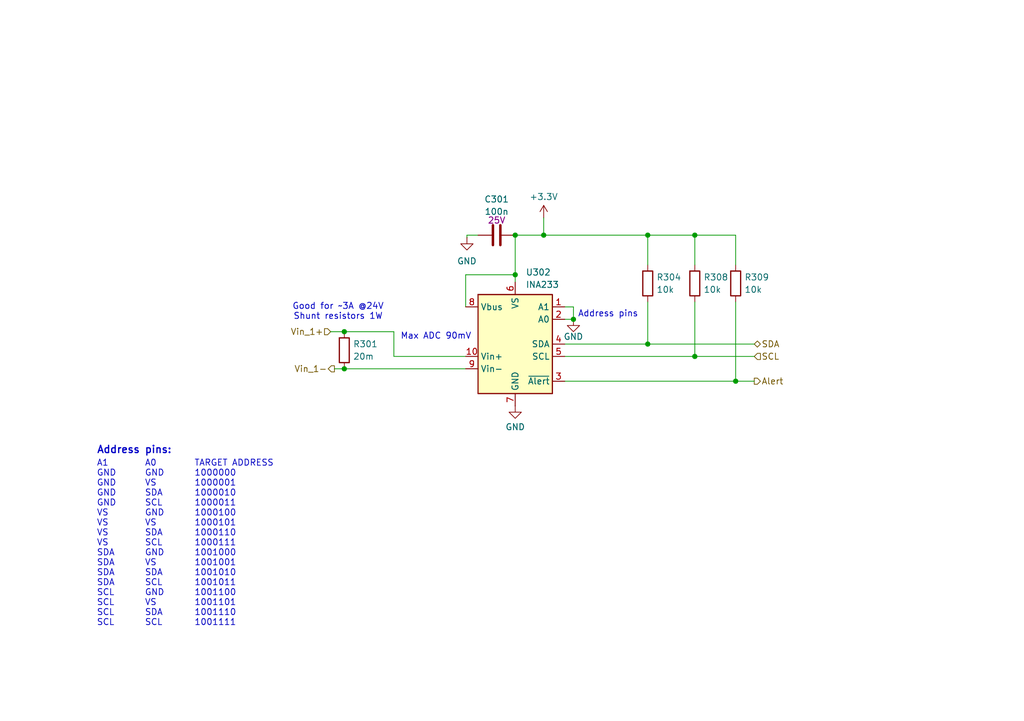
<source format=kicad_sch>
(kicad_sch (version 20250114) (generator "eeschema") (generator_version "9.0")
  (paper "A5")
  (lib_symbols
    (symbol "Device:C" (pin_numbers (hide yes)) (pin_names (offset 0.254))
      (property "Reference" "C" (at 0.635 2.54 0))
      (property "Value" "C" (at 0.635 -2.54 0))
      (symbol "C_0_1"
        (polyline (pts (xy -2.032 0.762) (xy 2.032 0.762)) (stroke (width 0.508)))
        (polyline (pts (xy -2.032 -0.762) (xy 2.032 -0.762)) (stroke (width 0.508)))
      )
      (symbol "C_1_1"
        (pin passive line (at 0 3.81 270) (length 2.794) (name "~") (number "1"))
        (pin passive line (at 0 -3.81 90) (length 2.794) (name "~") (number "2"))
      )
    )
    (symbol "Device:R" (pin_numbers (hide yes)) (pin_names (offset 0))
      (property "Reference" "R" (at 2.032 0 90))
      (property "Value" "R" (at 0 0 90))
      (symbol "R_0_1"
        (rectangle (start -1.016 -2.54) (end 1.016 2.54) (stroke (width 0.254)))
      )
      (symbol "R_1_1"
        (pin passive line (at 0 3.81 270) (length 1.27) (name "~") (number "1"))
        (pin passive line (at 0 -3.81 90) (length 1.27) (name "~") (number "2"))
      )
    )
    (symbol "Sensor_Energy:INA233"
      (property "Reference" "U" (at -6.35 11.43 0))
      (property "Value" "INA233" (at 3.81 11.43 0))
      (symbol "INA233_0_1"
        (rectangle (start 7.62 10.16) (end -7.62 -10.16) (stroke (width 0.254)) (fill (type background)))
      )
      (symbol "INA233_1_1"
        (pin input line (at -10.16 7.62 0) (length 2.54) (name "Vbus") (number "8"))
        (pin input line (at -10.16 -2.54 0) (length 2.54) (name "Vin+") (number "10"))
        (pin input line (at -10.16 -5.08 0) (length 2.54) (name "Vin-") (number "9"))
        (pin power_in line (at 0 12.7 270) (length 2.54) (name "VS") (number "6"))
        (pin power_in line (at 0 -12.7 90) (length 2.54) (name "GND") (number "7"))
        (pin input line (at 10.16 7.62 180) (length 2.54) (name "A1") (number "1"))
        (pin input line (at 10.16 5.08 180) (length 2.54) (name "A0") (number "2"))
        (pin bidirectional line (at 10.16 0 180) (length 2.54) (name "SDA") (number "4"))
        (pin input line (at 10.16 -2.54 180) (length 2.54) (name "SCL") (number "5"))
        (pin open_collector line (at 10.16 -7.62 180) (length 2.54) (name "~{Alert}") (number "3"))
      )
    )
    (symbol "power:+3.3V" (power) (pin_numbers (hide yes)) (pin_names (offset 0) (hide yes))
      (property "Value" "+3.3V" (at 0 3.556 0))
      (symbol "+3.3V_0_1"
        (polyline (pts (xy -0.762 1.27) (xy 0 2.54)))
        (polyline (pts (xy 0 2.54) (xy 0.762 1.27)))
        (polyline (pts (xy 0 0) (xy 0 2.54)))
      )
      (symbol "+3.3V_1_1"
        (pin power_in line (at 0 0 90) (length 0) (name "~") (number "1"))
      )
    )
    (symbol "power:GND" (power) (pin_numbers (hide yes)) (pin_names (offset 0) (hide yes))
      (property "Value" "GND" (at 0 -3.81 0))
      (symbol "GND_0_1"
        (polyline (pts (xy 0 0) (xy 0 -1.27) (xy 1.27 -1.27) (xy 0 -2.54) (xy -1.27 -1.27) (xy 0 -1.27)))
      )
      (symbol "GND_1_1"
        (pin power_in line (at 0 0 270) (length 0) (name "~") (number "1"))
      )
    )
  )
  (text "Address pins:" (at 19.812 92.456 0) (effects (font (size 1.5 1.5) (thickness 0.254) (bold yes)) (justify left)))
  (text "Max ADC 90mV" (at 89.408 69.088 0) (effects (font (size 1.27 1.27) (thickness 0.1588))))
  (text "A1 	 	A0 		TARGET ADDRESS\nGND 	GND 	1000000\nGND 	VS 		1000001\nGND 	SDA 	1000010\nGND 	SCL 	1000011\nVS 		GND 	1000100\nVS 		VS 		1000101\nVS 		SDA 	1000110\nVS 		SCL 	1000111\nSDA 	GND 	1001000\nSDA 	VS 		1001001\nSDA 	SDA 	1001010\nSDA 	SCL 	1001011\nSCL 	GND 	1001100\nSCL 	VS 		1001101\nSCL 	SDA 	1001110\nSCL 	SCL 	1001111" (at 19.812 111.506 0) (effects (font (size 1.27 1.27)) (justify left)))
  (text "Address pins" (at 124.714 64.516 0) (effects (font (size 1.27 1.27) (thickness 0.1588))))
  (text "Good for ~3A @24V\nShunt resistors 1W" (at 69.342 64.008 0) (effects (font (size 1.27 1.27) (thickness 0.1588))))
  (junction (at 111.506 48.26))
  (junction (at 70.612 68.072))
  (junction (at 150.876 78.232))
  (junction (at 142.494 48.26))
  (junction (at 105.664 56.388))
  (junction (at 70.612 75.692))
  (junction (at 132.842 48.26))
  (junction (at 117.602 65.532))
  (junction (at 142.494 73.152))
  (junction (at 132.842 70.612))
  (junction (at 105.664 48.26))
  (wire (pts (xy 150.876 61.976) (xy 150.876 78.232)))
  (wire (pts (xy 105.664 48.26) (xy 105.664 56.388)))
  (wire (pts (xy 150.876 78.232) (xy 154.686 78.232)))
  (wire (pts (xy 117.602 62.992) (xy 115.824 62.992)))
  (wire (pts (xy 105.664 48.26) (xy 111.506 48.26)))
  (wire (pts (xy 95.504 62.992) (xy 95.504 56.388)))
  (wire (pts (xy 111.506 44.704) (xy 111.506 48.26)))
  (wire (pts (xy 95.758 48.26) (xy 98.044 48.26)))
  (wire (pts (xy 150.876 54.356) (xy 150.876 48.26)))
  (wire (pts (xy 132.842 48.26) (xy 132.842 54.356)))
  (wire (pts (xy 150.876 48.26) (xy 142.494 48.26)))
  (wire (pts (xy 68.58 75.692) (xy 70.612 75.692)))
  (wire (pts (xy 142.494 73.152) (xy 154.686 73.152)))
  (wire (pts (xy 80.772 68.072) (xy 70.612 68.072)))
  (wire (pts (xy 115.824 73.152) (xy 142.494 73.152)))
  (wire (pts (xy 132.842 61.976) (xy 132.842 70.612)))
  (wire (pts (xy 105.664 56.388) (xy 105.664 57.912)))
  (wire (pts (xy 142.494 61.976) (xy 142.494 73.152)))
  (wire (pts (xy 95.504 56.388) (xy 105.664 56.388)))
  (wire (pts (xy 132.842 70.612) (xy 154.686 70.612)))
  (wire (pts (xy 115.824 78.232) (xy 150.876 78.232)))
  (wire (pts (xy 142.494 48.26) (xy 142.494 54.356)))
  (wire (pts (xy 132.842 48.26) (xy 142.494 48.26)))
  (wire (pts (xy 67.818 68.072) (xy 70.612 68.072)))
  (wire (pts (xy 115.824 70.612) (xy 132.842 70.612)))
  (wire (pts (xy 70.612 75.692) (xy 95.504 75.692)))
  (wire (pts (xy 80.772 68.072) (xy 80.772 73.152)))
  (wire (pts (xy 117.602 65.532) (xy 117.602 62.992)))
  (wire (pts (xy 111.506 48.26) (xy 132.842 48.26)))
  (wire (pts (xy 95.758 48.768) (xy 95.758 48.26)))
  (wire (pts (xy 80.772 73.152) (xy 95.504 73.152)))
  (wire (pts (xy 115.824 65.532) (xy 117.602 65.532)))
  (hierarchical_label "Vin_1+" (shape input) (at 67.818 68.072 180) (effects (font (thickness 0.1588))))
  (hierarchical_label "Vin_1-" (shape output) (at 68.58 75.692 180) (effects (font (thickness 0.1588))))
  (hierarchical_label "SCL" (shape input) (at 154.686 73.152 0) (effects (font (thickness 0.1588))))
  (hierarchical_label "Alert" (shape output) (at 154.686 78.232 0) (effects (font (thickness 0.1588))))
  (hierarchical_label "SDA" (shape bidirectional) (at 154.686 70.612 0) (effects (font (thickness 0.1588))))
  (symbol (lib_id "Device:R") (at 132.842 58.166 0) (unit 1)
    (property "Reference" "R304" (at 134.62 56.8959 0) (effects (justify left)))
    (property "Value" "10k" (at 134.62 59.4359 0) (effects (justify left)))
    (property "Footprint" "Resistor_SMD:R_0603_1608Metric" (effects (hide yes)))
    (property "Description" "Resistor" (effects (hide yes)))
  )
  (symbol (lib_id "power:GND") (at 105.664 83.312 0) (unit 1)
    (property "Reference" "#PWR0303" (effects (hide yes)))
    (property "Value" "GND" (at 105.664 87.63 0))
    (property "Description" "Power symbol creates a global label with name \"GND\" , ground" (effects (hide yes)))
  )
  (symbol (lib_id "Sensor_Energy:INA233") (at 105.664 70.612 0) (unit 1)
    (property "Reference" "U302" (at 107.8073 55.88 0) (effects (justify left)))
    (property "Value" "INA233" (at 107.8073 58.42 0) (effects (justify left)))
    (property "Footprint" "Package_SO:VSSOP-10_3x3mm_P0.5mm" (effects (hide yes)))
    (property "Datasheet" "https://www.ti.com/lit/ds/symlink/ina233.pdf" (effects (hide yes)))
    (property "Description" "High-Side or Low-Side Measurement, Bi-Directional Current and Power Monitor (0-36V) with I2C, SMBus-, and PMBus-Compatible Interface, VSSOP-10" (effects (hide yes)))
  )
  (symbol (lib_id "Device:R") (at 70.612 71.882 0) (unit 1)
    (property "Reference" "R301" (at 72.39 70.6119 0) (effects (justify left)))
    (property "Value" "20m" (at 72.39 73.1519 0) (effects (justify left)))
    (property "Footprint" "Resistor_SMD:R_2512_6332Metric" (effects (hide yes)))
    (property "Datasheet" "https://www.vishay.com/docs/30100/wsl.pdf" (effects (hide yes)))
    (property "Description" "WSL2512R0200FEA" (effects (hide yes)))
  )
  (symbol (lib_id "Device:C") (at 101.854 48.26 90) (unit 1)
    (property "Reference" "C301" (at 101.854 40.894 90))
    (property "Value" "100n" (at 101.854 43.434 90))
    (property "Footprint" "Capacitor_SMD:C_0603_1608Metric" (effects (hide yes)))
    (property "Description" "25V" (at 101.854 45.212 90))
  )
  (symbol (lib_id "power:GND") (at 117.602 65.532 0) (unit 1)
    (property "Reference" "#PWR0304" (effects (hide yes)))
    (property "Value" "GND" (at 117.602 69.088 0))
    (property "Description" "Power symbol creates a global label with name \"GND\" , ground" (effects (hide yes)))
  )
  (symbol (lib_id "power:+3.3V") (at 111.506 44.704 0) (unit 1)
    (property "Reference" "#PWR0302" (effects (hide yes)))
    (property "Value" "+3.3V" (at 111.506 40.386 0))
    (property "Description" "Power symbol creates a global label with name \"+3.3V\"" (effects (hide yes)))
  )
  (symbol (lib_id "power:GND") (at 95.758 48.768 0) (unit 1)
    (property "Reference" "#PWR0301" (effects (hide yes)))
    (property "Value" "GND" (at 95.758 53.594 0))
    (property "Description" "Power symbol creates a global label with name \"GND\" , ground" (effects (hide yes)))
  )
  (symbol (lib_id "Device:R") (at 150.876 58.166 0) (unit 1)
    (property "Reference" "R309" (at 152.654 56.8959 0) (effects (justify left)))
    (property "Value" "10k" (at 152.654 59.4359 0) (effects (justify left)))
    (property "Footprint" "Resistor_SMD:R_0603_1608Metric" (effects (hide yes)))
    (property "Description" "Resistor" (effects (hide yes)))
  )
  (symbol (lib_id "Device:R") (at 142.494 58.166 0) (unit 1)
    (property "Reference" "R308" (at 144.272 56.8959 0) (effects (justify left)))
    (property "Value" "10k" (at 144.272 59.4359 0) (effects (justify left)))
    (property "Footprint" "Resistor_SMD:R_0603_1608Metric" (effects (hide yes)))
    (property "Description" "Resistor" (effects (hide yes)))
  )
)
</source>
